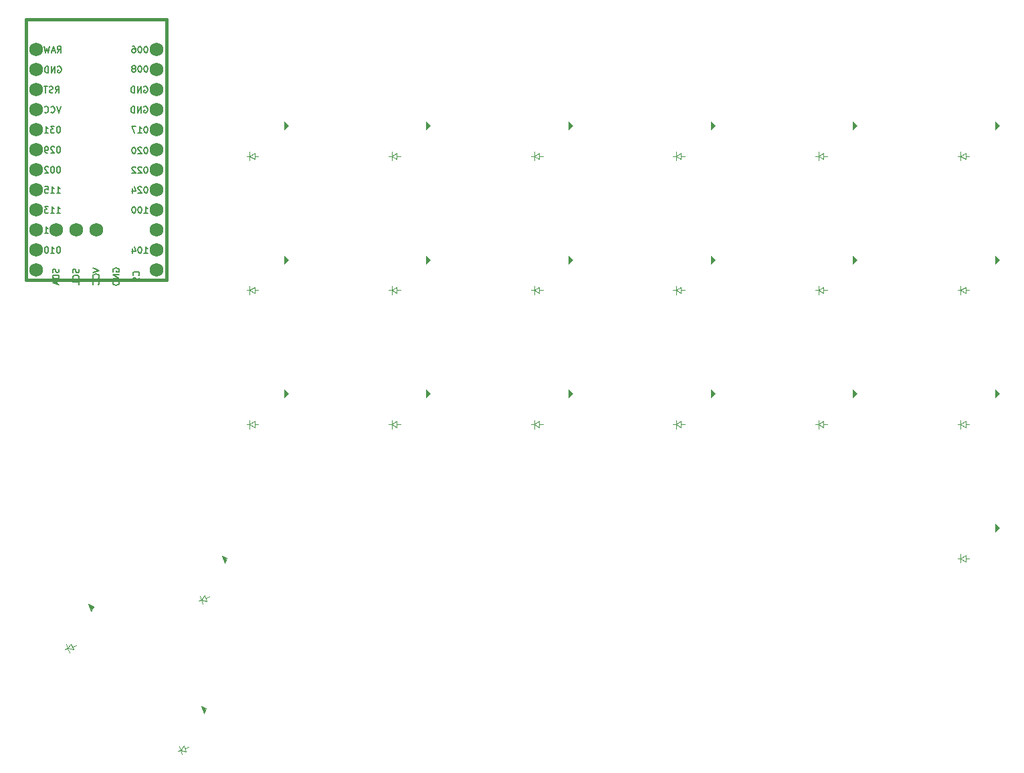
<source format=gbr>
%TF.GenerationSoftware,KiCad,Pcbnew,8.0.5*%
%TF.CreationDate,2024-09-15T18:22:07-04:00*%
%TF.ProjectId,theguy2,74686567-7579-4322-9e6b-696361645f70,v1.0.0*%
%TF.SameCoordinates,Original*%
%TF.FileFunction,Legend,Bot*%
%TF.FilePolarity,Positive*%
%FSLAX46Y46*%
G04 Gerber Fmt 4.6, Leading zero omitted, Abs format (unit mm)*
G04 Created by KiCad (PCBNEW 8.0.5) date 2024-09-15 18:22:07*
%MOMM*%
%LPD*%
G01*
G04 APERTURE LIST*
%ADD10C,0.150000*%
%ADD11C,0.100000*%
%ADD12C,0.381000*%
%ADD13C,1.752600*%
G04 APERTURE END LIST*
D10*
X183971142Y-72702295D02*
X184428285Y-72702295D01*
X184199713Y-72702295D02*
X184199713Y-71902295D01*
X184199713Y-71902295D02*
X184275904Y-72016580D01*
X184275904Y-72016580D02*
X184352094Y-72092771D01*
X184352094Y-72092771D02*
X184428285Y-72130866D01*
X183209237Y-72702295D02*
X183666380Y-72702295D01*
X183437808Y-72702295D02*
X183437808Y-71902295D01*
X183437808Y-71902295D02*
X183513999Y-72016580D01*
X183513999Y-72016580D02*
X183590189Y-72092771D01*
X183590189Y-72092771D02*
X183666380Y-72130866D01*
X182447332Y-72702295D02*
X182904475Y-72702295D01*
X182675903Y-72702295D02*
X182675903Y-71902295D01*
X182675903Y-71902295D02*
X182752094Y-72016580D01*
X182752094Y-72016580D02*
X182828284Y-72092771D01*
X182828284Y-72092771D02*
X182904475Y-72130866D01*
X195312189Y-64312295D02*
X195235999Y-64312295D01*
X195235999Y-64312295D02*
X195159808Y-64350390D01*
X195159808Y-64350390D02*
X195121713Y-64388485D01*
X195121713Y-64388485D02*
X195083618Y-64464676D01*
X195083618Y-64464676D02*
X195045523Y-64617057D01*
X195045523Y-64617057D02*
X195045523Y-64807533D01*
X195045523Y-64807533D02*
X195083618Y-64959914D01*
X195083618Y-64959914D02*
X195121713Y-65036104D01*
X195121713Y-65036104D02*
X195159808Y-65074200D01*
X195159808Y-65074200D02*
X195235999Y-65112295D01*
X195235999Y-65112295D02*
X195312189Y-65112295D01*
X195312189Y-65112295D02*
X195388380Y-65074200D01*
X195388380Y-65074200D02*
X195426475Y-65036104D01*
X195426475Y-65036104D02*
X195464570Y-64959914D01*
X195464570Y-64959914D02*
X195502666Y-64807533D01*
X195502666Y-64807533D02*
X195502666Y-64617057D01*
X195502666Y-64617057D02*
X195464570Y-64464676D01*
X195464570Y-64464676D02*
X195426475Y-64388485D01*
X195426475Y-64388485D02*
X195388380Y-64350390D01*
X195388380Y-64350390D02*
X195312189Y-64312295D01*
X194740761Y-64388485D02*
X194702665Y-64350390D01*
X194702665Y-64350390D02*
X194626475Y-64312295D01*
X194626475Y-64312295D02*
X194435999Y-64312295D01*
X194435999Y-64312295D02*
X194359808Y-64350390D01*
X194359808Y-64350390D02*
X194321713Y-64388485D01*
X194321713Y-64388485D02*
X194283618Y-64464676D01*
X194283618Y-64464676D02*
X194283618Y-64540866D01*
X194283618Y-64540866D02*
X194321713Y-64655152D01*
X194321713Y-64655152D02*
X194778856Y-65112295D01*
X194778856Y-65112295D02*
X194283618Y-65112295D01*
X193978856Y-64388485D02*
X193940760Y-64350390D01*
X193940760Y-64350390D02*
X193864570Y-64312295D01*
X193864570Y-64312295D02*
X193674094Y-64312295D01*
X193674094Y-64312295D02*
X193597903Y-64350390D01*
X193597903Y-64350390D02*
X193559808Y-64388485D01*
X193559808Y-64388485D02*
X193521713Y-64464676D01*
X193521713Y-64464676D02*
X193521713Y-64540866D01*
X193521713Y-64540866D02*
X193559808Y-64655152D01*
X193559808Y-64655152D02*
X194016951Y-65112295D01*
X194016951Y-65112295D02*
X193521713Y-65112295D01*
X195045523Y-75242295D02*
X195502666Y-75242295D01*
X195274094Y-75242295D02*
X195274094Y-74442295D01*
X195274094Y-74442295D02*
X195350285Y-74556580D01*
X195350285Y-74556580D02*
X195426475Y-74632771D01*
X195426475Y-74632771D02*
X195502666Y-74670866D01*
X194550284Y-74442295D02*
X194474094Y-74442295D01*
X194474094Y-74442295D02*
X194397903Y-74480390D01*
X194397903Y-74480390D02*
X194359808Y-74518485D01*
X194359808Y-74518485D02*
X194321713Y-74594676D01*
X194321713Y-74594676D02*
X194283618Y-74747057D01*
X194283618Y-74747057D02*
X194283618Y-74937533D01*
X194283618Y-74937533D02*
X194321713Y-75089914D01*
X194321713Y-75089914D02*
X194359808Y-75166104D01*
X194359808Y-75166104D02*
X194397903Y-75204200D01*
X194397903Y-75204200D02*
X194474094Y-75242295D01*
X194474094Y-75242295D02*
X194550284Y-75242295D01*
X194550284Y-75242295D02*
X194626475Y-75204200D01*
X194626475Y-75204200D02*
X194664570Y-75166104D01*
X194664570Y-75166104D02*
X194702665Y-75089914D01*
X194702665Y-75089914D02*
X194740761Y-74937533D01*
X194740761Y-74937533D02*
X194740761Y-74747057D01*
X194740761Y-74747057D02*
X194702665Y-74594676D01*
X194702665Y-74594676D02*
X194664570Y-74518485D01*
X194664570Y-74518485D02*
X194626475Y-74480390D01*
X194626475Y-74480390D02*
X194550284Y-74442295D01*
X193597903Y-74708961D02*
X193597903Y-75242295D01*
X193788379Y-74404200D02*
X193978856Y-74975628D01*
X193978856Y-74975628D02*
X193483617Y-74975628D01*
X195045523Y-70162295D02*
X195502666Y-70162295D01*
X195274094Y-70162295D02*
X195274094Y-69362295D01*
X195274094Y-69362295D02*
X195350285Y-69476580D01*
X195350285Y-69476580D02*
X195426475Y-69552771D01*
X195426475Y-69552771D02*
X195502666Y-69590866D01*
X194550284Y-69362295D02*
X194474094Y-69362295D01*
X194474094Y-69362295D02*
X194397903Y-69400390D01*
X194397903Y-69400390D02*
X194359808Y-69438485D01*
X194359808Y-69438485D02*
X194321713Y-69514676D01*
X194321713Y-69514676D02*
X194283618Y-69667057D01*
X194283618Y-69667057D02*
X194283618Y-69857533D01*
X194283618Y-69857533D02*
X194321713Y-70009914D01*
X194321713Y-70009914D02*
X194359808Y-70086104D01*
X194359808Y-70086104D02*
X194397903Y-70124200D01*
X194397903Y-70124200D02*
X194474094Y-70162295D01*
X194474094Y-70162295D02*
X194550284Y-70162295D01*
X194550284Y-70162295D02*
X194626475Y-70124200D01*
X194626475Y-70124200D02*
X194664570Y-70086104D01*
X194664570Y-70086104D02*
X194702665Y-70009914D01*
X194702665Y-70009914D02*
X194740761Y-69857533D01*
X194740761Y-69857533D02*
X194740761Y-69667057D01*
X194740761Y-69667057D02*
X194702665Y-69514676D01*
X194702665Y-69514676D02*
X194664570Y-69438485D01*
X194664570Y-69438485D02*
X194626475Y-69400390D01*
X194626475Y-69400390D02*
X194550284Y-69362295D01*
X193788379Y-69362295D02*
X193712189Y-69362295D01*
X193712189Y-69362295D02*
X193635998Y-69400390D01*
X193635998Y-69400390D02*
X193597903Y-69438485D01*
X193597903Y-69438485D02*
X193559808Y-69514676D01*
X193559808Y-69514676D02*
X193521713Y-69667057D01*
X193521713Y-69667057D02*
X193521713Y-69857533D01*
X193521713Y-69857533D02*
X193559808Y-70009914D01*
X193559808Y-70009914D02*
X193597903Y-70086104D01*
X193597903Y-70086104D02*
X193635998Y-70124200D01*
X193635998Y-70124200D02*
X193712189Y-70162295D01*
X193712189Y-70162295D02*
X193788379Y-70162295D01*
X193788379Y-70162295D02*
X193864570Y-70124200D01*
X193864570Y-70124200D02*
X193902665Y-70086104D01*
X193902665Y-70086104D02*
X193940760Y-70009914D01*
X193940760Y-70009914D02*
X193978856Y-69857533D01*
X193978856Y-69857533D02*
X193978856Y-69667057D01*
X193978856Y-69667057D02*
X193940760Y-69514676D01*
X193940760Y-69514676D02*
X193902665Y-69438485D01*
X193902665Y-69438485D02*
X193864570Y-69400390D01*
X193864570Y-69400390D02*
X193788379Y-69362295D01*
X195312189Y-61812295D02*
X195235999Y-61812295D01*
X195235999Y-61812295D02*
X195159808Y-61850390D01*
X195159808Y-61850390D02*
X195121713Y-61888485D01*
X195121713Y-61888485D02*
X195083618Y-61964676D01*
X195083618Y-61964676D02*
X195045523Y-62117057D01*
X195045523Y-62117057D02*
X195045523Y-62307533D01*
X195045523Y-62307533D02*
X195083618Y-62459914D01*
X195083618Y-62459914D02*
X195121713Y-62536104D01*
X195121713Y-62536104D02*
X195159808Y-62574200D01*
X195159808Y-62574200D02*
X195235999Y-62612295D01*
X195235999Y-62612295D02*
X195312189Y-62612295D01*
X195312189Y-62612295D02*
X195388380Y-62574200D01*
X195388380Y-62574200D02*
X195426475Y-62536104D01*
X195426475Y-62536104D02*
X195464570Y-62459914D01*
X195464570Y-62459914D02*
X195502666Y-62307533D01*
X195502666Y-62307533D02*
X195502666Y-62117057D01*
X195502666Y-62117057D02*
X195464570Y-61964676D01*
X195464570Y-61964676D02*
X195426475Y-61888485D01*
X195426475Y-61888485D02*
X195388380Y-61850390D01*
X195388380Y-61850390D02*
X195312189Y-61812295D01*
X194740761Y-61888485D02*
X194702665Y-61850390D01*
X194702665Y-61850390D02*
X194626475Y-61812295D01*
X194626475Y-61812295D02*
X194435999Y-61812295D01*
X194435999Y-61812295D02*
X194359808Y-61850390D01*
X194359808Y-61850390D02*
X194321713Y-61888485D01*
X194321713Y-61888485D02*
X194283618Y-61964676D01*
X194283618Y-61964676D02*
X194283618Y-62040866D01*
X194283618Y-62040866D02*
X194321713Y-62155152D01*
X194321713Y-62155152D02*
X194778856Y-62612295D01*
X194778856Y-62612295D02*
X194283618Y-62612295D01*
X193788379Y-61812295D02*
X193712189Y-61812295D01*
X193712189Y-61812295D02*
X193635998Y-61850390D01*
X193635998Y-61850390D02*
X193597903Y-61888485D01*
X193597903Y-61888485D02*
X193559808Y-61964676D01*
X193559808Y-61964676D02*
X193521713Y-62117057D01*
X193521713Y-62117057D02*
X193521713Y-62307533D01*
X193521713Y-62307533D02*
X193559808Y-62459914D01*
X193559808Y-62459914D02*
X193597903Y-62536104D01*
X193597903Y-62536104D02*
X193635998Y-62574200D01*
X193635998Y-62574200D02*
X193712189Y-62612295D01*
X193712189Y-62612295D02*
X193788379Y-62612295D01*
X193788379Y-62612295D02*
X193864570Y-62574200D01*
X193864570Y-62574200D02*
X193902665Y-62536104D01*
X193902665Y-62536104D02*
X193940760Y-62459914D01*
X193940760Y-62459914D02*
X193978856Y-62307533D01*
X193978856Y-62307533D02*
X193978856Y-62117057D01*
X193978856Y-62117057D02*
X193940760Y-61964676D01*
X193940760Y-61964676D02*
X193902665Y-61888485D01*
X193902665Y-61888485D02*
X193864570Y-61850390D01*
X193864570Y-61850390D02*
X193788379Y-61812295D01*
X195312189Y-59212295D02*
X195235999Y-59212295D01*
X195235999Y-59212295D02*
X195159808Y-59250390D01*
X195159808Y-59250390D02*
X195121713Y-59288485D01*
X195121713Y-59288485D02*
X195083618Y-59364676D01*
X195083618Y-59364676D02*
X195045523Y-59517057D01*
X195045523Y-59517057D02*
X195045523Y-59707533D01*
X195045523Y-59707533D02*
X195083618Y-59859914D01*
X195083618Y-59859914D02*
X195121713Y-59936104D01*
X195121713Y-59936104D02*
X195159808Y-59974200D01*
X195159808Y-59974200D02*
X195235999Y-60012295D01*
X195235999Y-60012295D02*
X195312189Y-60012295D01*
X195312189Y-60012295D02*
X195388380Y-59974200D01*
X195388380Y-59974200D02*
X195426475Y-59936104D01*
X195426475Y-59936104D02*
X195464570Y-59859914D01*
X195464570Y-59859914D02*
X195502666Y-59707533D01*
X195502666Y-59707533D02*
X195502666Y-59517057D01*
X195502666Y-59517057D02*
X195464570Y-59364676D01*
X195464570Y-59364676D02*
X195426475Y-59288485D01*
X195426475Y-59288485D02*
X195388380Y-59250390D01*
X195388380Y-59250390D02*
X195312189Y-59212295D01*
X194283618Y-60012295D02*
X194740761Y-60012295D01*
X194512189Y-60012295D02*
X194512189Y-59212295D01*
X194512189Y-59212295D02*
X194588380Y-59326580D01*
X194588380Y-59326580D02*
X194664570Y-59402771D01*
X194664570Y-59402771D02*
X194740761Y-59440866D01*
X194016951Y-59212295D02*
X193483617Y-59212295D01*
X193483617Y-59212295D02*
X193826475Y-60012295D01*
X195312189Y-66822295D02*
X195235999Y-66822295D01*
X195235999Y-66822295D02*
X195159808Y-66860390D01*
X195159808Y-66860390D02*
X195121713Y-66898485D01*
X195121713Y-66898485D02*
X195083618Y-66974676D01*
X195083618Y-66974676D02*
X195045523Y-67127057D01*
X195045523Y-67127057D02*
X195045523Y-67317533D01*
X195045523Y-67317533D02*
X195083618Y-67469914D01*
X195083618Y-67469914D02*
X195121713Y-67546104D01*
X195121713Y-67546104D02*
X195159808Y-67584200D01*
X195159808Y-67584200D02*
X195235999Y-67622295D01*
X195235999Y-67622295D02*
X195312189Y-67622295D01*
X195312189Y-67622295D02*
X195388380Y-67584200D01*
X195388380Y-67584200D02*
X195426475Y-67546104D01*
X195426475Y-67546104D02*
X195464570Y-67469914D01*
X195464570Y-67469914D02*
X195502666Y-67317533D01*
X195502666Y-67317533D02*
X195502666Y-67127057D01*
X195502666Y-67127057D02*
X195464570Y-66974676D01*
X195464570Y-66974676D02*
X195426475Y-66898485D01*
X195426475Y-66898485D02*
X195388380Y-66860390D01*
X195388380Y-66860390D02*
X195312189Y-66822295D01*
X194740761Y-66898485D02*
X194702665Y-66860390D01*
X194702665Y-66860390D02*
X194626475Y-66822295D01*
X194626475Y-66822295D02*
X194435999Y-66822295D01*
X194435999Y-66822295D02*
X194359808Y-66860390D01*
X194359808Y-66860390D02*
X194321713Y-66898485D01*
X194321713Y-66898485D02*
X194283618Y-66974676D01*
X194283618Y-66974676D02*
X194283618Y-67050866D01*
X194283618Y-67050866D02*
X194321713Y-67165152D01*
X194321713Y-67165152D02*
X194778856Y-67622295D01*
X194778856Y-67622295D02*
X194283618Y-67622295D01*
X193597903Y-67088961D02*
X193597903Y-67622295D01*
X193788379Y-66784200D02*
X193978856Y-67355628D01*
X193978856Y-67355628D02*
X193483617Y-67355628D01*
X183971142Y-67622295D02*
X184428285Y-67622295D01*
X184199713Y-67622295D02*
X184199713Y-66822295D01*
X184199713Y-66822295D02*
X184275904Y-66936580D01*
X184275904Y-66936580D02*
X184352094Y-67012771D01*
X184352094Y-67012771D02*
X184428285Y-67050866D01*
X183209237Y-67622295D02*
X183666380Y-67622295D01*
X183437808Y-67622295D02*
X183437808Y-66822295D01*
X183437808Y-66822295D02*
X183513999Y-66936580D01*
X183513999Y-66936580D02*
X183590189Y-67012771D01*
X183590189Y-67012771D02*
X183666380Y-67050866D01*
X182485427Y-66822295D02*
X182866379Y-66822295D01*
X182866379Y-66822295D02*
X182904475Y-67203247D01*
X182904475Y-67203247D02*
X182866379Y-67165152D01*
X182866379Y-67165152D02*
X182790189Y-67127057D01*
X182790189Y-67127057D02*
X182599713Y-67127057D01*
X182599713Y-67127057D02*
X182523522Y-67165152D01*
X182523522Y-67165152D02*
X182485427Y-67203247D01*
X182485427Y-67203247D02*
X182447332Y-67279438D01*
X182447332Y-67279438D02*
X182447332Y-67469914D01*
X182447332Y-67469914D02*
X182485427Y-67546104D01*
X182485427Y-67546104D02*
X182523522Y-67584200D01*
X182523522Y-67584200D02*
X182599713Y-67622295D01*
X182599713Y-67622295D02*
X182790189Y-67622295D01*
X182790189Y-67622295D02*
X182866379Y-67584200D01*
X182866379Y-67584200D02*
X182904475Y-67546104D01*
X195045523Y-56700390D02*
X195121713Y-56662295D01*
X195121713Y-56662295D02*
X195235999Y-56662295D01*
X195235999Y-56662295D02*
X195350285Y-56700390D01*
X195350285Y-56700390D02*
X195426475Y-56776580D01*
X195426475Y-56776580D02*
X195464570Y-56852771D01*
X195464570Y-56852771D02*
X195502666Y-57005152D01*
X195502666Y-57005152D02*
X195502666Y-57119438D01*
X195502666Y-57119438D02*
X195464570Y-57271819D01*
X195464570Y-57271819D02*
X195426475Y-57348009D01*
X195426475Y-57348009D02*
X195350285Y-57424200D01*
X195350285Y-57424200D02*
X195235999Y-57462295D01*
X195235999Y-57462295D02*
X195159808Y-57462295D01*
X195159808Y-57462295D02*
X195045523Y-57424200D01*
X195045523Y-57424200D02*
X195007427Y-57386104D01*
X195007427Y-57386104D02*
X195007427Y-57119438D01*
X195007427Y-57119438D02*
X195159808Y-57119438D01*
X194664570Y-57462295D02*
X194664570Y-56662295D01*
X194664570Y-56662295D02*
X194207427Y-57462295D01*
X194207427Y-57462295D02*
X194207427Y-56662295D01*
X193826475Y-57462295D02*
X193826475Y-56662295D01*
X193826475Y-56662295D02*
X193635999Y-56662295D01*
X193635999Y-56662295D02*
X193521713Y-56700390D01*
X193521713Y-56700390D02*
X193445523Y-56776580D01*
X193445523Y-56776580D02*
X193407428Y-56852771D01*
X193407428Y-56852771D02*
X193369332Y-57005152D01*
X193369332Y-57005152D02*
X193369332Y-57119438D01*
X193369332Y-57119438D02*
X193407428Y-57271819D01*
X193407428Y-57271819D02*
X193445523Y-57348009D01*
X193445523Y-57348009D02*
X193521713Y-57424200D01*
X193521713Y-57424200D02*
X193635999Y-57462295D01*
X193635999Y-57462295D02*
X193826475Y-57462295D01*
X184237808Y-64282295D02*
X184161618Y-64282295D01*
X184161618Y-64282295D02*
X184085427Y-64320390D01*
X184085427Y-64320390D02*
X184047332Y-64358485D01*
X184047332Y-64358485D02*
X184009237Y-64434676D01*
X184009237Y-64434676D02*
X183971142Y-64587057D01*
X183971142Y-64587057D02*
X183971142Y-64777533D01*
X183971142Y-64777533D02*
X184009237Y-64929914D01*
X184009237Y-64929914D02*
X184047332Y-65006104D01*
X184047332Y-65006104D02*
X184085427Y-65044200D01*
X184085427Y-65044200D02*
X184161618Y-65082295D01*
X184161618Y-65082295D02*
X184237808Y-65082295D01*
X184237808Y-65082295D02*
X184313999Y-65044200D01*
X184313999Y-65044200D02*
X184352094Y-65006104D01*
X184352094Y-65006104D02*
X184390189Y-64929914D01*
X184390189Y-64929914D02*
X184428285Y-64777533D01*
X184428285Y-64777533D02*
X184428285Y-64587057D01*
X184428285Y-64587057D02*
X184390189Y-64434676D01*
X184390189Y-64434676D02*
X184352094Y-64358485D01*
X184352094Y-64358485D02*
X184313999Y-64320390D01*
X184313999Y-64320390D02*
X184237808Y-64282295D01*
X183475903Y-64282295D02*
X183399713Y-64282295D01*
X183399713Y-64282295D02*
X183323522Y-64320390D01*
X183323522Y-64320390D02*
X183285427Y-64358485D01*
X183285427Y-64358485D02*
X183247332Y-64434676D01*
X183247332Y-64434676D02*
X183209237Y-64587057D01*
X183209237Y-64587057D02*
X183209237Y-64777533D01*
X183209237Y-64777533D02*
X183247332Y-64929914D01*
X183247332Y-64929914D02*
X183285427Y-65006104D01*
X183285427Y-65006104D02*
X183323522Y-65044200D01*
X183323522Y-65044200D02*
X183399713Y-65082295D01*
X183399713Y-65082295D02*
X183475903Y-65082295D01*
X183475903Y-65082295D02*
X183552094Y-65044200D01*
X183552094Y-65044200D02*
X183590189Y-65006104D01*
X183590189Y-65006104D02*
X183628284Y-64929914D01*
X183628284Y-64929914D02*
X183666380Y-64777533D01*
X183666380Y-64777533D02*
X183666380Y-64587057D01*
X183666380Y-64587057D02*
X183628284Y-64434676D01*
X183628284Y-64434676D02*
X183590189Y-64358485D01*
X183590189Y-64358485D02*
X183552094Y-64320390D01*
X183552094Y-64320390D02*
X183475903Y-64282295D01*
X182904475Y-64358485D02*
X182866379Y-64320390D01*
X182866379Y-64320390D02*
X182790189Y-64282295D01*
X182790189Y-64282295D02*
X182599713Y-64282295D01*
X182599713Y-64282295D02*
X182523522Y-64320390D01*
X182523522Y-64320390D02*
X182485427Y-64358485D01*
X182485427Y-64358485D02*
X182447332Y-64434676D01*
X182447332Y-64434676D02*
X182447332Y-64510866D01*
X182447332Y-64510866D02*
X182485427Y-64625152D01*
X182485427Y-64625152D02*
X182942570Y-65082295D01*
X182942570Y-65082295D02*
X182447332Y-65082295D01*
X183825094Y-54922295D02*
X184091761Y-54541342D01*
X184282237Y-54922295D02*
X184282237Y-54122295D01*
X184282237Y-54122295D02*
X183977475Y-54122295D01*
X183977475Y-54122295D02*
X183901285Y-54160390D01*
X183901285Y-54160390D02*
X183863190Y-54198485D01*
X183863190Y-54198485D02*
X183825094Y-54274676D01*
X183825094Y-54274676D02*
X183825094Y-54388961D01*
X183825094Y-54388961D02*
X183863190Y-54465152D01*
X183863190Y-54465152D02*
X183901285Y-54503247D01*
X183901285Y-54503247D02*
X183977475Y-54541342D01*
X183977475Y-54541342D02*
X184282237Y-54541342D01*
X183520333Y-54884200D02*
X183406047Y-54922295D01*
X183406047Y-54922295D02*
X183215571Y-54922295D01*
X183215571Y-54922295D02*
X183139380Y-54884200D01*
X183139380Y-54884200D02*
X183101285Y-54846104D01*
X183101285Y-54846104D02*
X183063190Y-54769914D01*
X183063190Y-54769914D02*
X183063190Y-54693723D01*
X183063190Y-54693723D02*
X183101285Y-54617533D01*
X183101285Y-54617533D02*
X183139380Y-54579438D01*
X183139380Y-54579438D02*
X183215571Y-54541342D01*
X183215571Y-54541342D02*
X183367952Y-54503247D01*
X183367952Y-54503247D02*
X183444142Y-54465152D01*
X183444142Y-54465152D02*
X183482237Y-54427057D01*
X183482237Y-54427057D02*
X183520333Y-54350866D01*
X183520333Y-54350866D02*
X183520333Y-54274676D01*
X183520333Y-54274676D02*
X183482237Y-54198485D01*
X183482237Y-54198485D02*
X183444142Y-54160390D01*
X183444142Y-54160390D02*
X183367952Y-54122295D01*
X183367952Y-54122295D02*
X183177475Y-54122295D01*
X183177475Y-54122295D02*
X183063190Y-54160390D01*
X182834618Y-54122295D02*
X182377475Y-54122295D01*
X182606047Y-54922295D02*
X182606047Y-54122295D01*
X195312189Y-51512295D02*
X195235999Y-51512295D01*
X195235999Y-51512295D02*
X195159808Y-51550390D01*
X195159808Y-51550390D02*
X195121713Y-51588485D01*
X195121713Y-51588485D02*
X195083618Y-51664676D01*
X195083618Y-51664676D02*
X195045523Y-51817057D01*
X195045523Y-51817057D02*
X195045523Y-52007533D01*
X195045523Y-52007533D02*
X195083618Y-52159914D01*
X195083618Y-52159914D02*
X195121713Y-52236104D01*
X195121713Y-52236104D02*
X195159808Y-52274200D01*
X195159808Y-52274200D02*
X195235999Y-52312295D01*
X195235999Y-52312295D02*
X195312189Y-52312295D01*
X195312189Y-52312295D02*
X195388380Y-52274200D01*
X195388380Y-52274200D02*
X195426475Y-52236104D01*
X195426475Y-52236104D02*
X195464570Y-52159914D01*
X195464570Y-52159914D02*
X195502666Y-52007533D01*
X195502666Y-52007533D02*
X195502666Y-51817057D01*
X195502666Y-51817057D02*
X195464570Y-51664676D01*
X195464570Y-51664676D02*
X195426475Y-51588485D01*
X195426475Y-51588485D02*
X195388380Y-51550390D01*
X195388380Y-51550390D02*
X195312189Y-51512295D01*
X194550284Y-51512295D02*
X194474094Y-51512295D01*
X194474094Y-51512295D02*
X194397903Y-51550390D01*
X194397903Y-51550390D02*
X194359808Y-51588485D01*
X194359808Y-51588485D02*
X194321713Y-51664676D01*
X194321713Y-51664676D02*
X194283618Y-51817057D01*
X194283618Y-51817057D02*
X194283618Y-52007533D01*
X194283618Y-52007533D02*
X194321713Y-52159914D01*
X194321713Y-52159914D02*
X194359808Y-52236104D01*
X194359808Y-52236104D02*
X194397903Y-52274200D01*
X194397903Y-52274200D02*
X194474094Y-52312295D01*
X194474094Y-52312295D02*
X194550284Y-52312295D01*
X194550284Y-52312295D02*
X194626475Y-52274200D01*
X194626475Y-52274200D02*
X194664570Y-52236104D01*
X194664570Y-52236104D02*
X194702665Y-52159914D01*
X194702665Y-52159914D02*
X194740761Y-52007533D01*
X194740761Y-52007533D02*
X194740761Y-51817057D01*
X194740761Y-51817057D02*
X194702665Y-51664676D01*
X194702665Y-51664676D02*
X194664570Y-51588485D01*
X194664570Y-51588485D02*
X194626475Y-51550390D01*
X194626475Y-51550390D02*
X194550284Y-51512295D01*
X193826475Y-51855152D02*
X193902665Y-51817057D01*
X193902665Y-51817057D02*
X193940760Y-51778961D01*
X193940760Y-51778961D02*
X193978856Y-51702771D01*
X193978856Y-51702771D02*
X193978856Y-51664676D01*
X193978856Y-51664676D02*
X193940760Y-51588485D01*
X193940760Y-51588485D02*
X193902665Y-51550390D01*
X193902665Y-51550390D02*
X193826475Y-51512295D01*
X193826475Y-51512295D02*
X193674094Y-51512295D01*
X193674094Y-51512295D02*
X193597903Y-51550390D01*
X193597903Y-51550390D02*
X193559808Y-51588485D01*
X193559808Y-51588485D02*
X193521713Y-51664676D01*
X193521713Y-51664676D02*
X193521713Y-51702771D01*
X193521713Y-51702771D02*
X193559808Y-51778961D01*
X193559808Y-51778961D02*
X193597903Y-51817057D01*
X193597903Y-51817057D02*
X193674094Y-51855152D01*
X193674094Y-51855152D02*
X193826475Y-51855152D01*
X193826475Y-51855152D02*
X193902665Y-51893247D01*
X193902665Y-51893247D02*
X193940760Y-51931342D01*
X193940760Y-51931342D02*
X193978856Y-52007533D01*
X193978856Y-52007533D02*
X193978856Y-52159914D01*
X193978856Y-52159914D02*
X193940760Y-52236104D01*
X193940760Y-52236104D02*
X193902665Y-52274200D01*
X193902665Y-52274200D02*
X193826475Y-52312295D01*
X193826475Y-52312295D02*
X193674094Y-52312295D01*
X193674094Y-52312295D02*
X193597903Y-52274200D01*
X193597903Y-52274200D02*
X193559808Y-52236104D01*
X193559808Y-52236104D02*
X193521713Y-52159914D01*
X193521713Y-52159914D02*
X193521713Y-52007533D01*
X193521713Y-52007533D02*
X193559808Y-51931342D01*
X193559808Y-51931342D02*
X193597903Y-51893247D01*
X193597903Y-51893247D02*
X193674094Y-51855152D01*
X195045523Y-54160390D02*
X195121713Y-54122295D01*
X195121713Y-54122295D02*
X195235999Y-54122295D01*
X195235999Y-54122295D02*
X195350285Y-54160390D01*
X195350285Y-54160390D02*
X195426475Y-54236580D01*
X195426475Y-54236580D02*
X195464570Y-54312771D01*
X195464570Y-54312771D02*
X195502666Y-54465152D01*
X195502666Y-54465152D02*
X195502666Y-54579438D01*
X195502666Y-54579438D02*
X195464570Y-54731819D01*
X195464570Y-54731819D02*
X195426475Y-54808009D01*
X195426475Y-54808009D02*
X195350285Y-54884200D01*
X195350285Y-54884200D02*
X195235999Y-54922295D01*
X195235999Y-54922295D02*
X195159808Y-54922295D01*
X195159808Y-54922295D02*
X195045523Y-54884200D01*
X195045523Y-54884200D02*
X195007427Y-54846104D01*
X195007427Y-54846104D02*
X195007427Y-54579438D01*
X195007427Y-54579438D02*
X195159808Y-54579438D01*
X194664570Y-54922295D02*
X194664570Y-54122295D01*
X194664570Y-54122295D02*
X194207427Y-54922295D01*
X194207427Y-54922295D02*
X194207427Y-54122295D01*
X193826475Y-54922295D02*
X193826475Y-54122295D01*
X193826475Y-54122295D02*
X193635999Y-54122295D01*
X193635999Y-54122295D02*
X193521713Y-54160390D01*
X193521713Y-54160390D02*
X193445523Y-54236580D01*
X193445523Y-54236580D02*
X193407428Y-54312771D01*
X193407428Y-54312771D02*
X193369332Y-54465152D01*
X193369332Y-54465152D02*
X193369332Y-54579438D01*
X193369332Y-54579438D02*
X193407428Y-54731819D01*
X193407428Y-54731819D02*
X193445523Y-54808009D01*
X193445523Y-54808009D02*
X193521713Y-54884200D01*
X193521713Y-54884200D02*
X193635999Y-54922295D01*
X193635999Y-54922295D02*
X193826475Y-54922295D01*
X183971142Y-70162295D02*
X184428285Y-70162295D01*
X184199713Y-70162295D02*
X184199713Y-69362295D01*
X184199713Y-69362295D02*
X184275904Y-69476580D01*
X184275904Y-69476580D02*
X184352094Y-69552771D01*
X184352094Y-69552771D02*
X184428285Y-69590866D01*
X183209237Y-70162295D02*
X183666380Y-70162295D01*
X183437808Y-70162295D02*
X183437808Y-69362295D01*
X183437808Y-69362295D02*
X183513999Y-69476580D01*
X183513999Y-69476580D02*
X183590189Y-69552771D01*
X183590189Y-69552771D02*
X183666380Y-69590866D01*
X182942570Y-69362295D02*
X182447332Y-69362295D01*
X182447332Y-69362295D02*
X182713998Y-69667057D01*
X182713998Y-69667057D02*
X182599713Y-69667057D01*
X182599713Y-69667057D02*
X182523522Y-69705152D01*
X182523522Y-69705152D02*
X182485427Y-69743247D01*
X182485427Y-69743247D02*
X182447332Y-69819438D01*
X182447332Y-69819438D02*
X182447332Y-70009914D01*
X182447332Y-70009914D02*
X182485427Y-70086104D01*
X182485427Y-70086104D02*
X182523522Y-70124200D01*
X182523522Y-70124200D02*
X182599713Y-70162295D01*
X182599713Y-70162295D02*
X182828284Y-70162295D01*
X182828284Y-70162295D02*
X182904475Y-70124200D01*
X182904475Y-70124200D02*
X182942570Y-70086104D01*
X195312189Y-49042295D02*
X195235999Y-49042295D01*
X195235999Y-49042295D02*
X195159808Y-49080390D01*
X195159808Y-49080390D02*
X195121713Y-49118485D01*
X195121713Y-49118485D02*
X195083618Y-49194676D01*
X195083618Y-49194676D02*
X195045523Y-49347057D01*
X195045523Y-49347057D02*
X195045523Y-49537533D01*
X195045523Y-49537533D02*
X195083618Y-49689914D01*
X195083618Y-49689914D02*
X195121713Y-49766104D01*
X195121713Y-49766104D02*
X195159808Y-49804200D01*
X195159808Y-49804200D02*
X195235999Y-49842295D01*
X195235999Y-49842295D02*
X195312189Y-49842295D01*
X195312189Y-49842295D02*
X195388380Y-49804200D01*
X195388380Y-49804200D02*
X195426475Y-49766104D01*
X195426475Y-49766104D02*
X195464570Y-49689914D01*
X195464570Y-49689914D02*
X195502666Y-49537533D01*
X195502666Y-49537533D02*
X195502666Y-49347057D01*
X195502666Y-49347057D02*
X195464570Y-49194676D01*
X195464570Y-49194676D02*
X195426475Y-49118485D01*
X195426475Y-49118485D02*
X195388380Y-49080390D01*
X195388380Y-49080390D02*
X195312189Y-49042295D01*
X194550284Y-49042295D02*
X194474094Y-49042295D01*
X194474094Y-49042295D02*
X194397903Y-49080390D01*
X194397903Y-49080390D02*
X194359808Y-49118485D01*
X194359808Y-49118485D02*
X194321713Y-49194676D01*
X194321713Y-49194676D02*
X194283618Y-49347057D01*
X194283618Y-49347057D02*
X194283618Y-49537533D01*
X194283618Y-49537533D02*
X194321713Y-49689914D01*
X194321713Y-49689914D02*
X194359808Y-49766104D01*
X194359808Y-49766104D02*
X194397903Y-49804200D01*
X194397903Y-49804200D02*
X194474094Y-49842295D01*
X194474094Y-49842295D02*
X194550284Y-49842295D01*
X194550284Y-49842295D02*
X194626475Y-49804200D01*
X194626475Y-49804200D02*
X194664570Y-49766104D01*
X194664570Y-49766104D02*
X194702665Y-49689914D01*
X194702665Y-49689914D02*
X194740761Y-49537533D01*
X194740761Y-49537533D02*
X194740761Y-49347057D01*
X194740761Y-49347057D02*
X194702665Y-49194676D01*
X194702665Y-49194676D02*
X194664570Y-49118485D01*
X194664570Y-49118485D02*
X194626475Y-49080390D01*
X194626475Y-49080390D02*
X194550284Y-49042295D01*
X193597903Y-49042295D02*
X193750284Y-49042295D01*
X193750284Y-49042295D02*
X193826475Y-49080390D01*
X193826475Y-49080390D02*
X193864570Y-49118485D01*
X193864570Y-49118485D02*
X193940760Y-49232771D01*
X193940760Y-49232771D02*
X193978856Y-49385152D01*
X193978856Y-49385152D02*
X193978856Y-49689914D01*
X193978856Y-49689914D02*
X193940760Y-49766104D01*
X193940760Y-49766104D02*
X193902665Y-49804200D01*
X193902665Y-49804200D02*
X193826475Y-49842295D01*
X193826475Y-49842295D02*
X193674094Y-49842295D01*
X193674094Y-49842295D02*
X193597903Y-49804200D01*
X193597903Y-49804200D02*
X193559808Y-49766104D01*
X193559808Y-49766104D02*
X193521713Y-49689914D01*
X193521713Y-49689914D02*
X193521713Y-49499438D01*
X193521713Y-49499438D02*
X193559808Y-49423247D01*
X193559808Y-49423247D02*
X193597903Y-49385152D01*
X193597903Y-49385152D02*
X193674094Y-49347057D01*
X193674094Y-49347057D02*
X193826475Y-49347057D01*
X193826475Y-49347057D02*
X193902665Y-49385152D01*
X193902665Y-49385152D02*
X193940760Y-49423247D01*
X193940760Y-49423247D02*
X193978856Y-49499438D01*
X184237808Y-74442295D02*
X184161618Y-74442295D01*
X184161618Y-74442295D02*
X184085427Y-74480390D01*
X184085427Y-74480390D02*
X184047332Y-74518485D01*
X184047332Y-74518485D02*
X184009237Y-74594676D01*
X184009237Y-74594676D02*
X183971142Y-74747057D01*
X183971142Y-74747057D02*
X183971142Y-74937533D01*
X183971142Y-74937533D02*
X184009237Y-75089914D01*
X184009237Y-75089914D02*
X184047332Y-75166104D01*
X184047332Y-75166104D02*
X184085427Y-75204200D01*
X184085427Y-75204200D02*
X184161618Y-75242295D01*
X184161618Y-75242295D02*
X184237808Y-75242295D01*
X184237808Y-75242295D02*
X184313999Y-75204200D01*
X184313999Y-75204200D02*
X184352094Y-75166104D01*
X184352094Y-75166104D02*
X184390189Y-75089914D01*
X184390189Y-75089914D02*
X184428285Y-74937533D01*
X184428285Y-74937533D02*
X184428285Y-74747057D01*
X184428285Y-74747057D02*
X184390189Y-74594676D01*
X184390189Y-74594676D02*
X184352094Y-74518485D01*
X184352094Y-74518485D02*
X184313999Y-74480390D01*
X184313999Y-74480390D02*
X184237808Y-74442295D01*
X183209237Y-75242295D02*
X183666380Y-75242295D01*
X183437808Y-75242295D02*
X183437808Y-74442295D01*
X183437808Y-74442295D02*
X183513999Y-74556580D01*
X183513999Y-74556580D02*
X183590189Y-74632771D01*
X183590189Y-74632771D02*
X183666380Y-74670866D01*
X182713998Y-74442295D02*
X182637808Y-74442295D01*
X182637808Y-74442295D02*
X182561617Y-74480390D01*
X182561617Y-74480390D02*
X182523522Y-74518485D01*
X182523522Y-74518485D02*
X182485427Y-74594676D01*
X182485427Y-74594676D02*
X182447332Y-74747057D01*
X182447332Y-74747057D02*
X182447332Y-74937533D01*
X182447332Y-74937533D02*
X182485427Y-75089914D01*
X182485427Y-75089914D02*
X182523522Y-75166104D01*
X182523522Y-75166104D02*
X182561617Y-75204200D01*
X182561617Y-75204200D02*
X182637808Y-75242295D01*
X182637808Y-75242295D02*
X182713998Y-75242295D01*
X182713998Y-75242295D02*
X182790189Y-75204200D01*
X182790189Y-75204200D02*
X182828284Y-75166104D01*
X182828284Y-75166104D02*
X182866379Y-75089914D01*
X182866379Y-75089914D02*
X182904475Y-74937533D01*
X182904475Y-74937533D02*
X182904475Y-74747057D01*
X182904475Y-74747057D02*
X182866379Y-74594676D01*
X182866379Y-74594676D02*
X182828284Y-74518485D01*
X182828284Y-74518485D02*
X182790189Y-74480390D01*
X182790189Y-74480390D02*
X182713998Y-74442295D01*
X184237808Y-61742295D02*
X184161618Y-61742295D01*
X184161618Y-61742295D02*
X184085427Y-61780390D01*
X184085427Y-61780390D02*
X184047332Y-61818485D01*
X184047332Y-61818485D02*
X184009237Y-61894676D01*
X184009237Y-61894676D02*
X183971142Y-62047057D01*
X183971142Y-62047057D02*
X183971142Y-62237533D01*
X183971142Y-62237533D02*
X184009237Y-62389914D01*
X184009237Y-62389914D02*
X184047332Y-62466104D01*
X184047332Y-62466104D02*
X184085427Y-62504200D01*
X184085427Y-62504200D02*
X184161618Y-62542295D01*
X184161618Y-62542295D02*
X184237808Y-62542295D01*
X184237808Y-62542295D02*
X184313999Y-62504200D01*
X184313999Y-62504200D02*
X184352094Y-62466104D01*
X184352094Y-62466104D02*
X184390189Y-62389914D01*
X184390189Y-62389914D02*
X184428285Y-62237533D01*
X184428285Y-62237533D02*
X184428285Y-62047057D01*
X184428285Y-62047057D02*
X184390189Y-61894676D01*
X184390189Y-61894676D02*
X184352094Y-61818485D01*
X184352094Y-61818485D02*
X184313999Y-61780390D01*
X184313999Y-61780390D02*
X184237808Y-61742295D01*
X183666380Y-61818485D02*
X183628284Y-61780390D01*
X183628284Y-61780390D02*
X183552094Y-61742295D01*
X183552094Y-61742295D02*
X183361618Y-61742295D01*
X183361618Y-61742295D02*
X183285427Y-61780390D01*
X183285427Y-61780390D02*
X183247332Y-61818485D01*
X183247332Y-61818485D02*
X183209237Y-61894676D01*
X183209237Y-61894676D02*
X183209237Y-61970866D01*
X183209237Y-61970866D02*
X183247332Y-62085152D01*
X183247332Y-62085152D02*
X183704475Y-62542295D01*
X183704475Y-62542295D02*
X183209237Y-62542295D01*
X182828284Y-62542295D02*
X182675903Y-62542295D01*
X182675903Y-62542295D02*
X182599713Y-62504200D01*
X182599713Y-62504200D02*
X182561617Y-62466104D01*
X182561617Y-62466104D02*
X182485427Y-62351819D01*
X182485427Y-62351819D02*
X182447332Y-62199438D01*
X182447332Y-62199438D02*
X182447332Y-61894676D01*
X182447332Y-61894676D02*
X182485427Y-61818485D01*
X182485427Y-61818485D02*
X182523522Y-61780390D01*
X182523522Y-61780390D02*
X182599713Y-61742295D01*
X182599713Y-61742295D02*
X182752094Y-61742295D01*
X182752094Y-61742295D02*
X182828284Y-61780390D01*
X182828284Y-61780390D02*
X182866379Y-61818485D01*
X182866379Y-61818485D02*
X182904475Y-61894676D01*
X182904475Y-61894676D02*
X182904475Y-62085152D01*
X182904475Y-62085152D02*
X182866379Y-62161342D01*
X182866379Y-62161342D02*
X182828284Y-62199438D01*
X182828284Y-62199438D02*
X182752094Y-62237533D01*
X182752094Y-62237533D02*
X182599713Y-62237533D01*
X182599713Y-62237533D02*
X182523522Y-62199438D01*
X182523522Y-62199438D02*
X182485427Y-62161342D01*
X182485427Y-62161342D02*
X182447332Y-62085152D01*
X184053665Y-49842295D02*
X184320332Y-49461342D01*
X184510808Y-49842295D02*
X184510808Y-49042295D01*
X184510808Y-49042295D02*
X184206046Y-49042295D01*
X184206046Y-49042295D02*
X184129856Y-49080390D01*
X184129856Y-49080390D02*
X184091761Y-49118485D01*
X184091761Y-49118485D02*
X184053665Y-49194676D01*
X184053665Y-49194676D02*
X184053665Y-49308961D01*
X184053665Y-49308961D02*
X184091761Y-49385152D01*
X184091761Y-49385152D02*
X184129856Y-49423247D01*
X184129856Y-49423247D02*
X184206046Y-49461342D01*
X184206046Y-49461342D02*
X184510808Y-49461342D01*
X183748904Y-49613723D02*
X183367951Y-49613723D01*
X183825094Y-49842295D02*
X183558427Y-49042295D01*
X183558427Y-49042295D02*
X183291761Y-49842295D01*
X183101285Y-49042295D02*
X182910809Y-49842295D01*
X182910809Y-49842295D02*
X182758428Y-49270866D01*
X182758428Y-49270866D02*
X182606047Y-49842295D01*
X182606047Y-49842295D02*
X182415571Y-49042295D01*
X184129856Y-51620390D02*
X184206046Y-51582295D01*
X184206046Y-51582295D02*
X184320332Y-51582295D01*
X184320332Y-51582295D02*
X184434618Y-51620390D01*
X184434618Y-51620390D02*
X184510808Y-51696580D01*
X184510808Y-51696580D02*
X184548903Y-51772771D01*
X184548903Y-51772771D02*
X184586999Y-51925152D01*
X184586999Y-51925152D02*
X184586999Y-52039438D01*
X184586999Y-52039438D02*
X184548903Y-52191819D01*
X184548903Y-52191819D02*
X184510808Y-52268009D01*
X184510808Y-52268009D02*
X184434618Y-52344200D01*
X184434618Y-52344200D02*
X184320332Y-52382295D01*
X184320332Y-52382295D02*
X184244141Y-52382295D01*
X184244141Y-52382295D02*
X184129856Y-52344200D01*
X184129856Y-52344200D02*
X184091760Y-52306104D01*
X184091760Y-52306104D02*
X184091760Y-52039438D01*
X184091760Y-52039438D02*
X184244141Y-52039438D01*
X183748903Y-52382295D02*
X183748903Y-51582295D01*
X183748903Y-51582295D02*
X183291760Y-52382295D01*
X183291760Y-52382295D02*
X183291760Y-51582295D01*
X182910808Y-52382295D02*
X182910808Y-51582295D01*
X182910808Y-51582295D02*
X182720332Y-51582295D01*
X182720332Y-51582295D02*
X182606046Y-51620390D01*
X182606046Y-51620390D02*
X182529856Y-51696580D01*
X182529856Y-51696580D02*
X182491761Y-51772771D01*
X182491761Y-51772771D02*
X182453665Y-51925152D01*
X182453665Y-51925152D02*
X182453665Y-52039438D01*
X182453665Y-52039438D02*
X182491761Y-52191819D01*
X182491761Y-52191819D02*
X182529856Y-52268009D01*
X182529856Y-52268009D02*
X182606046Y-52344200D01*
X182606046Y-52344200D02*
X182720332Y-52382295D01*
X182720332Y-52382295D02*
X182910808Y-52382295D01*
X184237808Y-59202295D02*
X184161618Y-59202295D01*
X184161618Y-59202295D02*
X184085427Y-59240390D01*
X184085427Y-59240390D02*
X184047332Y-59278485D01*
X184047332Y-59278485D02*
X184009237Y-59354676D01*
X184009237Y-59354676D02*
X183971142Y-59507057D01*
X183971142Y-59507057D02*
X183971142Y-59697533D01*
X183971142Y-59697533D02*
X184009237Y-59849914D01*
X184009237Y-59849914D02*
X184047332Y-59926104D01*
X184047332Y-59926104D02*
X184085427Y-59964200D01*
X184085427Y-59964200D02*
X184161618Y-60002295D01*
X184161618Y-60002295D02*
X184237808Y-60002295D01*
X184237808Y-60002295D02*
X184313999Y-59964200D01*
X184313999Y-59964200D02*
X184352094Y-59926104D01*
X184352094Y-59926104D02*
X184390189Y-59849914D01*
X184390189Y-59849914D02*
X184428285Y-59697533D01*
X184428285Y-59697533D02*
X184428285Y-59507057D01*
X184428285Y-59507057D02*
X184390189Y-59354676D01*
X184390189Y-59354676D02*
X184352094Y-59278485D01*
X184352094Y-59278485D02*
X184313999Y-59240390D01*
X184313999Y-59240390D02*
X184237808Y-59202295D01*
X183704475Y-59202295D02*
X183209237Y-59202295D01*
X183209237Y-59202295D02*
X183475903Y-59507057D01*
X183475903Y-59507057D02*
X183361618Y-59507057D01*
X183361618Y-59507057D02*
X183285427Y-59545152D01*
X183285427Y-59545152D02*
X183247332Y-59583247D01*
X183247332Y-59583247D02*
X183209237Y-59659438D01*
X183209237Y-59659438D02*
X183209237Y-59849914D01*
X183209237Y-59849914D02*
X183247332Y-59926104D01*
X183247332Y-59926104D02*
X183285427Y-59964200D01*
X183285427Y-59964200D02*
X183361618Y-60002295D01*
X183361618Y-60002295D02*
X183590189Y-60002295D01*
X183590189Y-60002295D02*
X183666380Y-59964200D01*
X183666380Y-59964200D02*
X183704475Y-59926104D01*
X182447332Y-60002295D02*
X182904475Y-60002295D01*
X182675903Y-60002295D02*
X182675903Y-59202295D01*
X182675903Y-59202295D02*
X182752094Y-59316580D01*
X182752094Y-59316580D02*
X182828284Y-59392771D01*
X182828284Y-59392771D02*
X182904475Y-59430866D01*
X184504475Y-56662295D02*
X184237808Y-57462295D01*
X184237808Y-57462295D02*
X183971142Y-56662295D01*
X183247332Y-57386104D02*
X183285428Y-57424200D01*
X183285428Y-57424200D02*
X183399713Y-57462295D01*
X183399713Y-57462295D02*
X183475904Y-57462295D01*
X183475904Y-57462295D02*
X183590190Y-57424200D01*
X183590190Y-57424200D02*
X183666380Y-57348009D01*
X183666380Y-57348009D02*
X183704475Y-57271819D01*
X183704475Y-57271819D02*
X183742571Y-57119438D01*
X183742571Y-57119438D02*
X183742571Y-57005152D01*
X183742571Y-57005152D02*
X183704475Y-56852771D01*
X183704475Y-56852771D02*
X183666380Y-56776580D01*
X183666380Y-56776580D02*
X183590190Y-56700390D01*
X183590190Y-56700390D02*
X183475904Y-56662295D01*
X183475904Y-56662295D02*
X183399713Y-56662295D01*
X183399713Y-56662295D02*
X183285428Y-56700390D01*
X183285428Y-56700390D02*
X183247332Y-56738485D01*
X182447332Y-57386104D02*
X182485428Y-57424200D01*
X182485428Y-57424200D02*
X182599713Y-57462295D01*
X182599713Y-57462295D02*
X182675904Y-57462295D01*
X182675904Y-57462295D02*
X182790190Y-57424200D01*
X182790190Y-57424200D02*
X182866380Y-57348009D01*
X182866380Y-57348009D02*
X182904475Y-57271819D01*
X182904475Y-57271819D02*
X182942571Y-57119438D01*
X182942571Y-57119438D02*
X182942571Y-57005152D01*
X182942571Y-57005152D02*
X182904475Y-56852771D01*
X182904475Y-56852771D02*
X182866380Y-56776580D01*
X182866380Y-56776580D02*
X182790190Y-56700390D01*
X182790190Y-56700390D02*
X182675904Y-56662295D01*
X182675904Y-56662295D02*
X182599713Y-56662295D01*
X182599713Y-56662295D02*
X182485428Y-56700390D01*
X182485428Y-56700390D02*
X182447332Y-56738485D01*
X184219200Y-77253571D02*
X184257295Y-77367857D01*
X184257295Y-77367857D02*
X184257295Y-77558333D01*
X184257295Y-77558333D02*
X184219200Y-77634524D01*
X184219200Y-77634524D02*
X184181104Y-77672619D01*
X184181104Y-77672619D02*
X184104914Y-77710714D01*
X184104914Y-77710714D02*
X184028723Y-77710714D01*
X184028723Y-77710714D02*
X183952533Y-77672619D01*
X183952533Y-77672619D02*
X183914438Y-77634524D01*
X183914438Y-77634524D02*
X183876342Y-77558333D01*
X183876342Y-77558333D02*
X183838247Y-77405952D01*
X183838247Y-77405952D02*
X183800152Y-77329762D01*
X183800152Y-77329762D02*
X183762057Y-77291667D01*
X183762057Y-77291667D02*
X183685866Y-77253571D01*
X183685866Y-77253571D02*
X183609676Y-77253571D01*
X183609676Y-77253571D02*
X183533485Y-77291667D01*
X183533485Y-77291667D02*
X183495390Y-77329762D01*
X183495390Y-77329762D02*
X183457295Y-77405952D01*
X183457295Y-77405952D02*
X183457295Y-77596429D01*
X183457295Y-77596429D02*
X183495390Y-77710714D01*
X184257295Y-78053572D02*
X183457295Y-78053572D01*
X183457295Y-78053572D02*
X183457295Y-78244048D01*
X183457295Y-78244048D02*
X183495390Y-78358334D01*
X183495390Y-78358334D02*
X183571580Y-78434524D01*
X183571580Y-78434524D02*
X183647771Y-78472619D01*
X183647771Y-78472619D02*
X183800152Y-78510715D01*
X183800152Y-78510715D02*
X183914438Y-78510715D01*
X183914438Y-78510715D02*
X184066819Y-78472619D01*
X184066819Y-78472619D02*
X184143009Y-78434524D01*
X184143009Y-78434524D02*
X184219200Y-78358334D01*
X184219200Y-78358334D02*
X184257295Y-78244048D01*
X184257295Y-78244048D02*
X184257295Y-78053572D01*
X184028723Y-78815476D02*
X184028723Y-79196429D01*
X184257295Y-78739286D02*
X183457295Y-79005953D01*
X183457295Y-79005953D02*
X184257295Y-79272619D01*
X188537295Y-77158333D02*
X189337295Y-77425000D01*
X189337295Y-77425000D02*
X188537295Y-77691666D01*
X189261104Y-78415476D02*
X189299200Y-78377380D01*
X189299200Y-78377380D02*
X189337295Y-78263095D01*
X189337295Y-78263095D02*
X189337295Y-78186904D01*
X189337295Y-78186904D02*
X189299200Y-78072618D01*
X189299200Y-78072618D02*
X189223009Y-77996428D01*
X189223009Y-77996428D02*
X189146819Y-77958333D01*
X189146819Y-77958333D02*
X188994438Y-77920237D01*
X188994438Y-77920237D02*
X188880152Y-77920237D01*
X188880152Y-77920237D02*
X188727771Y-77958333D01*
X188727771Y-77958333D02*
X188651580Y-77996428D01*
X188651580Y-77996428D02*
X188575390Y-78072618D01*
X188575390Y-78072618D02*
X188537295Y-78186904D01*
X188537295Y-78186904D02*
X188537295Y-78263095D01*
X188537295Y-78263095D02*
X188575390Y-78377380D01*
X188575390Y-78377380D02*
X188613485Y-78415476D01*
X189261104Y-79215476D02*
X189299200Y-79177380D01*
X189299200Y-79177380D02*
X189337295Y-79063095D01*
X189337295Y-79063095D02*
X189337295Y-78986904D01*
X189337295Y-78986904D02*
X189299200Y-78872618D01*
X189299200Y-78872618D02*
X189223009Y-78796428D01*
X189223009Y-78796428D02*
X189146819Y-78758333D01*
X189146819Y-78758333D02*
X188994438Y-78720237D01*
X188994438Y-78720237D02*
X188880152Y-78720237D01*
X188880152Y-78720237D02*
X188727771Y-78758333D01*
X188727771Y-78758333D02*
X188651580Y-78796428D01*
X188651580Y-78796428D02*
X188575390Y-78872618D01*
X188575390Y-78872618D02*
X188537295Y-78986904D01*
X188537295Y-78986904D02*
X188537295Y-79063095D01*
X188537295Y-79063095D02*
X188575390Y-79177380D01*
X188575390Y-79177380D02*
X188613485Y-79215476D01*
X194341104Y-78091667D02*
X194379200Y-78053571D01*
X194379200Y-78053571D02*
X194417295Y-77939286D01*
X194417295Y-77939286D02*
X194417295Y-77863095D01*
X194417295Y-77863095D02*
X194379200Y-77748809D01*
X194379200Y-77748809D02*
X194303009Y-77672619D01*
X194303009Y-77672619D02*
X194226819Y-77634524D01*
X194226819Y-77634524D02*
X194074438Y-77596428D01*
X194074438Y-77596428D02*
X193960152Y-77596428D01*
X193960152Y-77596428D02*
X193807771Y-77634524D01*
X193807771Y-77634524D02*
X193731580Y-77672619D01*
X193731580Y-77672619D02*
X193655390Y-77748809D01*
X193655390Y-77748809D02*
X193617295Y-77863095D01*
X193617295Y-77863095D02*
X193617295Y-77939286D01*
X193617295Y-77939286D02*
X193655390Y-78053571D01*
X193655390Y-78053571D02*
X193693485Y-78091667D01*
X194379200Y-78396428D02*
X194417295Y-78510714D01*
X194417295Y-78510714D02*
X194417295Y-78701190D01*
X194417295Y-78701190D02*
X194379200Y-78777381D01*
X194379200Y-78777381D02*
X194341104Y-78815476D01*
X194341104Y-78815476D02*
X194264914Y-78853571D01*
X194264914Y-78853571D02*
X194188723Y-78853571D01*
X194188723Y-78853571D02*
X194112533Y-78815476D01*
X194112533Y-78815476D02*
X194074438Y-78777381D01*
X194074438Y-78777381D02*
X194036342Y-78701190D01*
X194036342Y-78701190D02*
X193998247Y-78548809D01*
X193998247Y-78548809D02*
X193960152Y-78472619D01*
X193960152Y-78472619D02*
X193922057Y-78434524D01*
X193922057Y-78434524D02*
X193845866Y-78396428D01*
X193845866Y-78396428D02*
X193769676Y-78396428D01*
X193769676Y-78396428D02*
X193693485Y-78434524D01*
X193693485Y-78434524D02*
X193655390Y-78472619D01*
X193655390Y-78472619D02*
X193617295Y-78548809D01*
X193617295Y-78548809D02*
X193617295Y-78739286D01*
X193617295Y-78739286D02*
X193655390Y-78853571D01*
X186759200Y-77272618D02*
X186797295Y-77386904D01*
X186797295Y-77386904D02*
X186797295Y-77577380D01*
X186797295Y-77577380D02*
X186759200Y-77653571D01*
X186759200Y-77653571D02*
X186721104Y-77691666D01*
X186721104Y-77691666D02*
X186644914Y-77729761D01*
X186644914Y-77729761D02*
X186568723Y-77729761D01*
X186568723Y-77729761D02*
X186492533Y-77691666D01*
X186492533Y-77691666D02*
X186454438Y-77653571D01*
X186454438Y-77653571D02*
X186416342Y-77577380D01*
X186416342Y-77577380D02*
X186378247Y-77424999D01*
X186378247Y-77424999D02*
X186340152Y-77348809D01*
X186340152Y-77348809D02*
X186302057Y-77310714D01*
X186302057Y-77310714D02*
X186225866Y-77272618D01*
X186225866Y-77272618D02*
X186149676Y-77272618D01*
X186149676Y-77272618D02*
X186073485Y-77310714D01*
X186073485Y-77310714D02*
X186035390Y-77348809D01*
X186035390Y-77348809D02*
X185997295Y-77424999D01*
X185997295Y-77424999D02*
X185997295Y-77615476D01*
X185997295Y-77615476D02*
X186035390Y-77729761D01*
X186721104Y-78529762D02*
X186759200Y-78491666D01*
X186759200Y-78491666D02*
X186797295Y-78377381D01*
X186797295Y-78377381D02*
X186797295Y-78301190D01*
X186797295Y-78301190D02*
X186759200Y-78186904D01*
X186759200Y-78186904D02*
X186683009Y-78110714D01*
X186683009Y-78110714D02*
X186606819Y-78072619D01*
X186606819Y-78072619D02*
X186454438Y-78034523D01*
X186454438Y-78034523D02*
X186340152Y-78034523D01*
X186340152Y-78034523D02*
X186187771Y-78072619D01*
X186187771Y-78072619D02*
X186111580Y-78110714D01*
X186111580Y-78110714D02*
X186035390Y-78186904D01*
X186035390Y-78186904D02*
X185997295Y-78301190D01*
X185997295Y-78301190D02*
X185997295Y-78377381D01*
X185997295Y-78377381D02*
X186035390Y-78491666D01*
X186035390Y-78491666D02*
X186073485Y-78529762D01*
X186797295Y-79253571D02*
X186797295Y-78872619D01*
X186797295Y-78872619D02*
X185997295Y-78872619D01*
X191115390Y-77615476D02*
X191077295Y-77539286D01*
X191077295Y-77539286D02*
X191077295Y-77425000D01*
X191077295Y-77425000D02*
X191115390Y-77310714D01*
X191115390Y-77310714D02*
X191191580Y-77234524D01*
X191191580Y-77234524D02*
X191267771Y-77196429D01*
X191267771Y-77196429D02*
X191420152Y-77158333D01*
X191420152Y-77158333D02*
X191534438Y-77158333D01*
X191534438Y-77158333D02*
X191686819Y-77196429D01*
X191686819Y-77196429D02*
X191763009Y-77234524D01*
X191763009Y-77234524D02*
X191839200Y-77310714D01*
X191839200Y-77310714D02*
X191877295Y-77425000D01*
X191877295Y-77425000D02*
X191877295Y-77501191D01*
X191877295Y-77501191D02*
X191839200Y-77615476D01*
X191839200Y-77615476D02*
X191801104Y-77653572D01*
X191801104Y-77653572D02*
X191534438Y-77653572D01*
X191534438Y-77653572D02*
X191534438Y-77501191D01*
X191877295Y-77996429D02*
X191077295Y-77996429D01*
X191077295Y-77996429D02*
X191877295Y-78453572D01*
X191877295Y-78453572D02*
X191077295Y-78453572D01*
X191877295Y-78834524D02*
X191077295Y-78834524D01*
X191077295Y-78834524D02*
X191077295Y-79025000D01*
X191077295Y-79025000D02*
X191115390Y-79139286D01*
X191115390Y-79139286D02*
X191191580Y-79215476D01*
X191191580Y-79215476D02*
X191267771Y-79253571D01*
X191267771Y-79253571D02*
X191420152Y-79291667D01*
X191420152Y-79291667D02*
X191534438Y-79291667D01*
X191534438Y-79291667D02*
X191686819Y-79253571D01*
X191686819Y-79253571D02*
X191763009Y-79215476D01*
X191763009Y-79215476D02*
X191839200Y-79139286D01*
X191839200Y-79139286D02*
X191877295Y-79025000D01*
X191877295Y-79025000D02*
X191877295Y-78834524D01*
D11*
%TO.C,LED4*%
X303275000Y-110075000D02*
X302775000Y-110575000D01*
X302775000Y-109575000D01*
X303275000Y-110075000D01*
G36*
X303275000Y-110075000D02*
G01*
X302775000Y-110575000D01*
X302775000Y-109575000D01*
X303275000Y-110075000D01*
G37*
%TO.C,LED8*%
X285275000Y-93075000D02*
X284775000Y-93575000D01*
X284775000Y-92575000D01*
X285275000Y-93075000D01*
G36*
X285275000Y-93075000D02*
G01*
X284775000Y-93575000D01*
X284775000Y-92575000D01*
X285275000Y-93075000D01*
G37*
D12*
%TO.C,MCU1*%
X180085000Y-45670000D02*
X180085000Y-78690000D01*
X180085000Y-78690000D02*
X197865000Y-78690000D01*
X197865000Y-45670000D02*
X180085000Y-45670000D01*
X197865000Y-78690000D02*
X197865000Y-45670000D01*
D11*
%TO.C,LED17*%
X231275000Y-93075000D02*
X230775000Y-93575000D01*
X230775000Y-92575000D01*
X231275000Y-93075000D01*
G36*
X231275000Y-93075000D02*
G01*
X230775000Y-93575000D01*
X230775000Y-92575000D01*
X231275000Y-93075000D01*
G37*
%TO.C,D6*%
X298025000Y-79950000D02*
X298425000Y-79950000D01*
X298425000Y-79950000D02*
X298425000Y-79400000D01*
X298425000Y-79950000D02*
X298425000Y-80500000D01*
X298425000Y-79950000D02*
X299025000Y-79550000D01*
X299025000Y-79550000D02*
X299025000Y-80350000D01*
X299025000Y-79950000D02*
X299525000Y-79950000D01*
X299025000Y-80350000D02*
X298425000Y-79950000D01*
%TO.C,LED6*%
X303275000Y-76075000D02*
X302775000Y-76575000D01*
X302775000Y-75575000D01*
X303275000Y-76075000D01*
G36*
X303275000Y-76075000D02*
G01*
X302775000Y-76575000D01*
X302775000Y-75575000D01*
X303275000Y-76075000D01*
G37*
%TO.C,LED10*%
X285275000Y-59075000D02*
X284775000Y-59575000D01*
X284775000Y-58575000D01*
X285275000Y-59075000D01*
G36*
X285275000Y-59075000D02*
G01*
X284775000Y-59575000D01*
X284775000Y-58575000D01*
X285275000Y-59075000D01*
G37*
%TO.C,LED5*%
X303275000Y-93075000D02*
X302775000Y-93575000D01*
X302775000Y-92575000D01*
X303275000Y-93075000D01*
G36*
X303275000Y-93075000D02*
G01*
X302775000Y-93575000D01*
X302775000Y-92575000D01*
X303275000Y-93075000D01*
G37*
%TO.C,D11*%
X262025000Y-96950000D02*
X262425000Y-96950000D01*
X262425000Y-96950000D02*
X262425000Y-96400000D01*
X262425000Y-96950000D02*
X262425000Y-97500000D01*
X262425000Y-96950000D02*
X263025000Y-96550000D01*
X263025000Y-96550000D02*
X263025000Y-97350000D01*
X263025000Y-96950000D02*
X263525000Y-96950000D01*
X263025000Y-97350000D02*
X262425000Y-96950000D01*
%TO.C,LED15*%
X249275000Y-76075000D02*
X248775000Y-76575000D01*
X248775000Y-75575000D01*
X249275000Y-76075000D01*
G36*
X249275000Y-76075000D02*
G01*
X248775000Y-76575000D01*
X248775000Y-75575000D01*
X249275000Y-76075000D01*
G37*
%TO.C,D7*%
X298025000Y-62950000D02*
X298425000Y-62950000D01*
X298425000Y-62950000D02*
X298425000Y-62400000D01*
X298425000Y-62950000D02*
X298425000Y-63500000D01*
X298425000Y-62950000D02*
X299025000Y-62550000D01*
X299025000Y-62550000D02*
X299025000Y-63350000D01*
X299025000Y-62950000D02*
X299525000Y-62950000D01*
X299025000Y-63350000D02*
X298425000Y-62950000D01*
%TO.C,D12*%
X262025000Y-79950000D02*
X262425000Y-79950000D01*
X262425000Y-79950000D02*
X262425000Y-79400000D01*
X262425000Y-79950000D02*
X262425000Y-80500000D01*
X262425000Y-79950000D02*
X263025000Y-79550000D01*
X263025000Y-79550000D02*
X263025000Y-80350000D01*
X263025000Y-79950000D02*
X263525000Y-79950000D01*
X263025000Y-80350000D02*
X262425000Y-79950000D01*
%TO.C,LED14*%
X249275000Y-93075000D02*
X248775000Y-93575000D01*
X248775000Y-92575000D01*
X249275000Y-93075000D01*
G36*
X249275000Y-93075000D02*
G01*
X248775000Y-93575000D01*
X248775000Y-92575000D01*
X249275000Y-93075000D01*
G37*
%TO.C,D8*%
X280025000Y-96950000D02*
X280425000Y-96950000D01*
X280425000Y-96950000D02*
X280425000Y-96400000D01*
X280425000Y-96950000D02*
X280425000Y-97500000D01*
X280425000Y-96950000D02*
X281025000Y-96550000D01*
X281025000Y-96550000D02*
X281025000Y-97350000D01*
X281025000Y-96950000D02*
X281525000Y-96950000D01*
X281025000Y-97350000D02*
X280425000Y-96950000D01*
%TO.C,D13*%
X262025000Y-62950000D02*
X262425000Y-62950000D01*
X262425000Y-62950000D02*
X262425000Y-62400000D01*
X262425000Y-62950000D02*
X262425000Y-63500000D01*
X262425000Y-62950000D02*
X263025000Y-62550000D01*
X263025000Y-62550000D02*
X263025000Y-63350000D01*
X263025000Y-62950000D02*
X263525000Y-62950000D01*
X263025000Y-63350000D02*
X262425000Y-62950000D01*
%TO.C,D19*%
X226025000Y-62950000D02*
X226425000Y-62950000D01*
X226425000Y-62950000D02*
X226425000Y-62400000D01*
X226425000Y-62950000D02*
X226425000Y-63500000D01*
X226425000Y-62950000D02*
X227025000Y-62550000D01*
X227025000Y-62550000D02*
X227025000Y-63350000D01*
X227025000Y-62950000D02*
X227525000Y-62950000D01*
X227025000Y-63350000D02*
X226425000Y-62950000D01*
%TO.C,LED18*%
X231275000Y-76075000D02*
X230775000Y-76575000D01*
X230775000Y-75575000D01*
X231275000Y-76075000D01*
G36*
X231275000Y-76075000D02*
G01*
X230775000Y-76575000D01*
X230775000Y-75575000D01*
X231275000Y-76075000D01*
G37*
%TO.C,D17*%
X226025000Y-96950000D02*
X226425000Y-96950000D01*
X226425000Y-96950000D02*
X226425000Y-96400000D01*
X226425000Y-96950000D02*
X226425000Y-97500000D01*
X226425000Y-96950000D02*
X227025000Y-96550000D01*
X227025000Y-96550000D02*
X227025000Y-97350000D01*
X227025000Y-96950000D02*
X227525000Y-96950000D01*
X227025000Y-97350000D02*
X226425000Y-96950000D01*
%TO.C,LED21*%
X213275000Y-76075000D02*
X212775000Y-76575000D01*
X212775000Y-75575000D01*
X213275000Y-76075000D01*
G36*
X213275000Y-76075000D02*
G01*
X212775000Y-76575000D01*
X212775000Y-75575000D01*
X213275000Y-76075000D01*
G37*
%TO.C,D5*%
X298025000Y-96950000D02*
X298425000Y-96950000D01*
X298425000Y-96950000D02*
X298425000Y-96400000D01*
X298425000Y-96950000D02*
X298425000Y-97500000D01*
X298425000Y-96950000D02*
X299025000Y-96550000D01*
X299025000Y-96550000D02*
X299025000Y-97350000D01*
X299025000Y-96950000D02*
X299525000Y-96950000D01*
X299025000Y-97350000D02*
X298425000Y-96950000D01*
%TO.C,D20*%
X208025000Y-96950000D02*
X208425000Y-96950000D01*
X208425000Y-96950000D02*
X208425000Y-96400000D01*
X208425000Y-96950000D02*
X208425000Y-97500000D01*
X208425000Y-96950000D02*
X209025000Y-96550000D01*
X209025000Y-96550000D02*
X209025000Y-97350000D01*
X209025000Y-96950000D02*
X209525000Y-96950000D01*
X209025000Y-97350000D02*
X208425000Y-96950000D01*
%TO.C,LED19*%
X231275000Y-59075000D02*
X230775000Y-59575000D01*
X230775000Y-58575000D01*
X231275000Y-59075000D01*
G36*
X231275000Y-59075000D02*
G01*
X230775000Y-59575000D01*
X230775000Y-58575000D01*
X231275000Y-59075000D01*
G37*
%TO.C,D10*%
X280025000Y-62950000D02*
X280425000Y-62950000D01*
X280425000Y-62950000D02*
X280425000Y-62400000D01*
X280425000Y-62950000D02*
X280425000Y-63500000D01*
X280425000Y-62950000D02*
X281025000Y-62550000D01*
X281025000Y-62550000D02*
X281025000Y-63350000D01*
X281025000Y-62950000D02*
X281525000Y-62950000D01*
X281025000Y-63350000D02*
X280425000Y-62950000D01*
%TO.C,D25*%
X199291993Y-138369058D02*
X199667870Y-138232250D01*
X199667870Y-138232250D02*
X199479759Y-137715419D01*
X199667870Y-138232250D02*
X199855981Y-138749081D01*
X199667870Y-138232250D02*
X200094877Y-137651161D01*
X200094877Y-137651161D02*
X200368493Y-138402915D01*
X200231685Y-138027038D02*
X200701531Y-137856028D01*
X200368493Y-138402915D02*
X199667870Y-138232250D01*
%TO.C,LED9*%
X285275000Y-76075000D02*
X284775000Y-76575000D01*
X284775000Y-75575000D01*
X285275000Y-76075000D01*
G36*
X285275000Y-76075000D02*
G01*
X284775000Y-76575000D01*
X284775000Y-75575000D01*
X285275000Y-76075000D01*
G37*
%TO.C,LED22*%
X213275000Y-59075000D02*
X212775000Y-59575000D01*
X212775000Y-58575000D01*
X213275000Y-59075000D01*
G36*
X213275000Y-59075000D02*
G01*
X212775000Y-59575000D01*
X212775000Y-58575000D01*
X213275000Y-59075000D01*
G37*
%TO.C,D4*%
X298025000Y-113950000D02*
X298425000Y-113950000D01*
X298425000Y-113950000D02*
X298425000Y-113400000D01*
X298425000Y-113950000D02*
X298425000Y-114500000D01*
X298425000Y-113950000D02*
X299025000Y-113550000D01*
X299025000Y-113550000D02*
X299025000Y-114350000D01*
X299025000Y-113950000D02*
X299525000Y-113950000D01*
X299025000Y-114350000D02*
X298425000Y-113950000D01*
%TO.C,D15*%
X244025000Y-79950000D02*
X244425000Y-79950000D01*
X244425000Y-79950000D02*
X244425000Y-79400000D01*
X244425000Y-79950000D02*
X244425000Y-80500000D01*
X244425000Y-79950000D02*
X245025000Y-79550000D01*
X245025000Y-79550000D02*
X245025000Y-80350000D01*
X245025000Y-79950000D02*
X245525000Y-79950000D01*
X245025000Y-80350000D02*
X244425000Y-79950000D01*
%TO.C,D18*%
X226025000Y-79950000D02*
X226425000Y-79950000D01*
X226425000Y-79950000D02*
X226425000Y-79400000D01*
X226425000Y-79950000D02*
X226425000Y-80500000D01*
X226425000Y-79950000D02*
X227025000Y-79550000D01*
X227025000Y-79550000D02*
X227025000Y-80350000D01*
X227025000Y-79950000D02*
X227525000Y-79950000D01*
X227025000Y-80350000D02*
X226425000Y-79950000D01*
%TO.C,D21*%
X208025000Y-79950000D02*
X208425000Y-79950000D01*
X208425000Y-79950000D02*
X208425000Y-79400000D01*
X208425000Y-79950000D02*
X208425000Y-80500000D01*
X208425000Y-79950000D02*
X209025000Y-79550000D01*
X209025000Y-79550000D02*
X209025000Y-80350000D01*
X209025000Y-79950000D02*
X209525000Y-79950000D01*
X209025000Y-80350000D02*
X208425000Y-79950000D01*
%TO.C,D23*%
X201934884Y-119316102D02*
X202310761Y-119179294D01*
X202310761Y-119179294D02*
X202122650Y-118662463D01*
X202310761Y-119179294D02*
X202498872Y-119696125D01*
X202310761Y-119179294D02*
X202737768Y-118598205D01*
X202737768Y-118598205D02*
X203011384Y-119349959D01*
X202874576Y-118974082D02*
X203344422Y-118803072D01*
X203011384Y-119349959D02*
X202310761Y-119179294D01*
%TO.C,LED13*%
X267275000Y-59075000D02*
X266775000Y-59575000D01*
X266775000Y-58575000D01*
X267275000Y-59075000D01*
G36*
X267275000Y-59075000D02*
G01*
X266775000Y-59575000D01*
X266775000Y-58575000D01*
X267275000Y-59075000D01*
G37*
%TO.C,D14*%
X244025000Y-96950000D02*
X244425000Y-96950000D01*
X244425000Y-96950000D02*
X244425000Y-96400000D01*
X244425000Y-96950000D02*
X244425000Y-97500000D01*
X244425000Y-96950000D02*
X245025000Y-96550000D01*
X245025000Y-96550000D02*
X245025000Y-97350000D01*
X245025000Y-96950000D02*
X245525000Y-96950000D01*
X245025000Y-97350000D02*
X244425000Y-96950000D01*
%TO.C,D16*%
X244025000Y-62950000D02*
X244425000Y-62950000D01*
X244425000Y-62950000D02*
X244425000Y-62400000D01*
X244425000Y-62950000D02*
X244425000Y-63500000D01*
X244425000Y-62950000D02*
X245025000Y-62550000D01*
X245025000Y-62550000D02*
X245025000Y-63350000D01*
X245025000Y-62950000D02*
X245525000Y-62950000D01*
X245025000Y-63350000D02*
X244425000Y-62950000D01*
%TO.C,LED11*%
X267275000Y-93075000D02*
X266775000Y-93575000D01*
X266775000Y-92575000D01*
X267275000Y-93075000D01*
G36*
X267275000Y-93075000D02*
G01*
X266775000Y-93575000D01*
X266775000Y-92575000D01*
X267275000Y-93075000D01*
G37*
%TO.C,LED24*%
X188628475Y-120035550D02*
X188329639Y-120676407D01*
X187987619Y-119736714D01*
X188628475Y-120035550D01*
G36*
X188628475Y-120035550D02*
G01*
X188329639Y-120676407D01*
X187987619Y-119736714D01*
X188628475Y-120035550D01*
G37*
%TO.C,LED23*%
X205542942Y-113879188D02*
X205244106Y-114520045D01*
X204902086Y-113580352D01*
X205542942Y-113879188D01*
G36*
X205542942Y-113879188D02*
G01*
X205244106Y-114520045D01*
X204902086Y-113580352D01*
X205542942Y-113879188D01*
G37*
%TO.C,LED12*%
X267275000Y-76075000D02*
X266775000Y-76575000D01*
X266775000Y-75575000D01*
X267275000Y-76075000D01*
G36*
X267275000Y-76075000D02*
G01*
X266775000Y-76575000D01*
X266775000Y-75575000D01*
X267275000Y-76075000D01*
G37*
%TO.C,LED20*%
X213275000Y-93075000D02*
X212775000Y-93575000D01*
X212775000Y-92575000D01*
X213275000Y-93075000D01*
G36*
X213275000Y-93075000D02*
G01*
X212775000Y-93575000D01*
X212775000Y-92575000D01*
X213275000Y-93075000D01*
G37*
%TO.C,D22*%
X208025000Y-62950000D02*
X208425000Y-62950000D01*
X208425000Y-62950000D02*
X208425000Y-62400000D01*
X208425000Y-62950000D02*
X208425000Y-63500000D01*
X208425000Y-62950000D02*
X209025000Y-62550000D01*
X209025000Y-62550000D02*
X209025000Y-63350000D01*
X209025000Y-62950000D02*
X209525000Y-62950000D01*
X209025000Y-63350000D02*
X208425000Y-62950000D01*
%TO.C,LED25*%
X202900051Y-132932143D02*
X202601215Y-133573000D01*
X202259195Y-132633307D01*
X202900051Y-132932143D01*
G36*
X202900051Y-132932143D02*
G01*
X202601215Y-133573000D01*
X202259195Y-132633307D01*
X202900051Y-132932143D01*
G37*
%TO.C,D24*%
X185020417Y-125472465D02*
X185396294Y-125335657D01*
X185396294Y-125335657D02*
X185208183Y-124818826D01*
X185396294Y-125335657D02*
X185584405Y-125852488D01*
X185396294Y-125335657D02*
X185823301Y-124754568D01*
X185823301Y-124754568D02*
X186096917Y-125506322D01*
X185960109Y-125130445D02*
X186429955Y-124959435D01*
X186096917Y-125506322D02*
X185396294Y-125335657D01*
%TO.C,LED7*%
X303275000Y-59075000D02*
X302775000Y-59575000D01*
X302775000Y-58575000D01*
X303275000Y-59075000D01*
G36*
X303275000Y-59075000D02*
G01*
X302775000Y-59575000D01*
X302775000Y-58575000D01*
X303275000Y-59075000D01*
G37*
%TO.C,D9*%
X280025000Y-79950000D02*
X280425000Y-79950000D01*
X280425000Y-79950000D02*
X280425000Y-79400000D01*
X280425000Y-79950000D02*
X280425000Y-80500000D01*
X280425000Y-79950000D02*
X281025000Y-79550000D01*
X281025000Y-79550000D02*
X281025000Y-80350000D01*
X281025000Y-79950000D02*
X281525000Y-79950000D01*
X281025000Y-80350000D02*
X280425000Y-79950000D01*
%TO.C,LED16*%
X249275000Y-59075000D02*
X248775000Y-59575000D01*
X248775000Y-58575000D01*
X249275000Y-59075000D01*
G36*
X249275000Y-59075000D02*
G01*
X248775000Y-59575000D01*
X248775000Y-58575000D01*
X249275000Y-59075000D01*
G37*
%TD*%
D13*
%TO.C,MCU1*%
X196595000Y-49480000D03*
X196595000Y-52020000D03*
X196595000Y-54560000D03*
X196595000Y-57100000D03*
X196595000Y-59640000D03*
X196595000Y-62180000D03*
X196595000Y-64720000D03*
X196595000Y-67260000D03*
X196595000Y-69800000D03*
X196595000Y-72340000D03*
X196595000Y-74880000D03*
X196595000Y-77420000D03*
X181355000Y-77420000D03*
X181355000Y-74880000D03*
X181355000Y-72340000D03*
X181355000Y-69800000D03*
X181355000Y-67260000D03*
X181355000Y-64720000D03*
X181355000Y-62180000D03*
X181355000Y-59640000D03*
X181355000Y-57100000D03*
X181355000Y-54560000D03*
X181355000Y-52020000D03*
X181355000Y-49480000D03*
X183895000Y-72340000D03*
X186435000Y-72340000D03*
X188975000Y-72340000D03*
%TD*%
M02*

</source>
